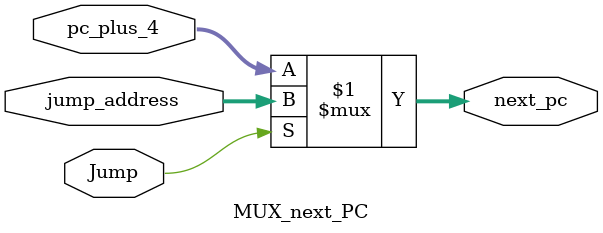
<source format=v>


module MUX_next_PC(
    input wire [31:0] pc_plus_4,    // Dirección PC + 4
    input wire [31:0] jump_address,  // Dirección de salto
    input wire       Jump,           // Señal de control para salto
    output wire [31:0] next_pc       // Dirección siguiente del PC
);

    assign next_pc = (Jump) ? jump_address : pc_plus_4;

endmodule

</source>
